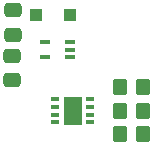
<source format=gbr>
%TF.GenerationSoftware,KiCad,Pcbnew,7.0.7-7.0.7~ubuntu23.04.1*%
%TF.CreationDate,2023-09-23T00:40:23+00:00*%
%TF.ProjectId,TEMPSEN01,54454d50-5345-44e3-9031-2e6b69636164,rev?*%
%TF.SameCoordinates,Original*%
%TF.FileFunction,Paste,Top*%
%TF.FilePolarity,Positive*%
%FSLAX46Y46*%
G04 Gerber Fmt 4.6, Leading zero omitted, Abs format (unit mm)*
G04 Created by KiCad (PCBNEW 7.0.7-7.0.7~ubuntu23.04.1) date 2023-09-23 00:40:23*
%MOMM*%
%LPD*%
G01*
G04 APERTURE LIST*
G04 Aperture macros list*
%AMRoundRect*
0 Rectangle with rounded corners*
0 $1 Rounding radius*
0 $2 $3 $4 $5 $6 $7 $8 $9 X,Y pos of 4 corners*
0 Add a 4 corners polygon primitive as box body*
4,1,4,$2,$3,$4,$5,$6,$7,$8,$9,$2,$3,0*
0 Add four circle primitives for the rounded corners*
1,1,$1+$1,$2,$3*
1,1,$1+$1,$4,$5*
1,1,$1+$1,$6,$7*
1,1,$1+$1,$8,$9*
0 Add four rect primitives between the rounded corners*
20,1,$1+$1,$2,$3,$4,$5,0*
20,1,$1+$1,$4,$5,$6,$7,0*
20,1,$1+$1,$6,$7,$8,$9,0*
20,1,$1+$1,$8,$9,$2,$3,0*%
G04 Aperture macros list end*
%ADD10RoundRect,0.250000X0.475000X-0.337500X0.475000X0.337500X-0.475000X0.337500X-0.475000X-0.337500X0*%
%ADD11R,0.750000X0.350000*%
%ADD12R,1.600000X2.400000*%
%ADD13RoundRect,0.250000X0.350000X0.450000X-0.350000X0.450000X-0.350000X-0.450000X0.350000X-0.450000X0*%
%ADD14RoundRect,0.250000X-0.300000X-0.300000X0.300000X-0.300000X0.300000X0.300000X-0.300000X0.300000X0*%
%ADD15R,0.850000X0.400000*%
%ADD16RoundRect,0.250000X-0.475000X0.337500X-0.475000X-0.337500X0.475000X-0.337500X0.475000X0.337500X0*%
G04 APERTURE END LIST*
D10*
%TO.C,C5*%
X106654600Y-68546800D03*
X106654600Y-66471800D03*
%TD*%
D11*
%TO.C,IC1*%
X113260000Y-72095000D03*
X113260000Y-71445000D03*
X113260000Y-70795000D03*
X113260000Y-70145000D03*
X110260000Y-70145000D03*
X110260000Y-70795000D03*
X110260000Y-71445000D03*
X110260000Y-72095000D03*
D12*
X111760000Y-71120000D03*
%TD*%
D13*
%TO.C,R1*%
X117763800Y-69138800D03*
X115763800Y-69138800D03*
%TD*%
D14*
%TO.C,D1*%
X108706000Y-62992000D03*
X111506000Y-62992000D03*
%TD*%
D13*
%TO.C,R2*%
X117763800Y-71120000D03*
X115763800Y-71120000D03*
%TD*%
D15*
%TO.C,IC2*%
X111540000Y-66578000D03*
X111540000Y-65928000D03*
X111540000Y-65278000D03*
X109440000Y-65278000D03*
X109440000Y-66578000D03*
%TD*%
D13*
%TO.C,R3*%
X117747800Y-73101200D03*
X115747800Y-73101200D03*
%TD*%
D16*
%TO.C,C4*%
X106680000Y-62593400D03*
X106680000Y-64668400D03*
%TD*%
M02*

</source>
